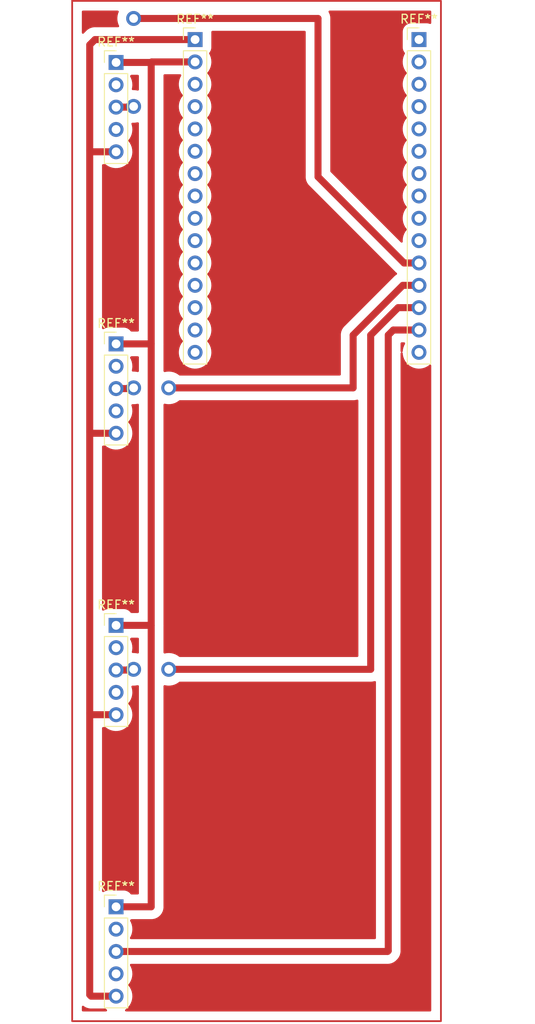
<source format=kicad_pcb>
(kicad_pcb (version 20211014) (generator pcbnew)
  (layers (0 "F.Cu" signal) (31 "B.Cu" signal) (34 "B.Paste" user) (35 "F.Paste" user) (36 "B.SilkS" user "B.Silkscreen") (37 "F.SilkS" user "F.Silkscreen") (38 "B.Mask" user) (39 "F.Mask" user) (44 "Edge.Cuts" user))
  (net 0 "")
  (footprint "Connector_PinHeader_2.54mm:PinHeader_1x05_P2.54mm_Vertical" (layer "F.Cu") (at 106 64)
    (fp_text reference "REF**" (at 0 -2.33) (layer "F.SilkS"))
    (fp_text value "PinHeader_1x05_P2.54mm_Vertical")
    (fp_line (start 1.33 1.27) (end 1.33 11.49) (layer "F.SilkS") (width 0.12))
    (fp_line (start -1.33 1.27) (end 1.33 1.27) (layer "F.SilkS") (width 0.12))
    (fp_line (start -1.33 1.27) (end -1.33 11.49) (layer "F.SilkS") (width 0.12))
    (fp_line (start -1.33 0) (end -1.33 -1.33) (layer "F.SilkS") (width 0.12))
    (fp_line (start -1.33 11.49) (end 1.33 11.49) (layer "F.SilkS") (width 0.12))
    (fp_line (start -1.33 -1.33) (end 0 -1.33) (layer "F.SilkS") (width 0.12))
    (pad "1" thru_hole rect (at 0 0) (size 1.7 1.7) (drill 1) (layers *.Cu *.Mask))
    (pad "2" thru_hole oval (at 0 2.54) (size 1.7 1.7) (drill 1) (layers *.Cu *.Mask))
    (pad "3" thru_hole oval (at 0 5.08) (size 1.7 1.7) (drill 1) (layers *.Cu *.Mask))
    (pad "4" thru_hole oval (at 0 7.62) (size 1.7 1.7) (drill 1) (layers *.Cu *.Mask))
    (pad "5" thru_hole oval (at 0 10.16) (size 1.7 1.7) (drill 1) (layers *.Cu *.Mask))
  )
  (footprint "Connector_PinHeader_2.54mm:PinHeader_1x05_P2.54mm_Vertical" (layer "F.Cu") (at 106 96)
    (fp_text reference "REF**" (at 0 -2.33) (layer "F.SilkS"))
    (fp_text value "PinHeader_1x05_P2.54mm_Vertical")
    (fp_line (start 1.33 1.27) (end 1.33 11.49) (layer "F.SilkS") (width 0.12))
    (fp_line (start -1.33 1.27) (end 1.33 1.27) (layer "F.SilkS") (width 0.12))
    (fp_line (start -1.33 1.27) (end -1.33 11.49) (layer "F.SilkS") (width 0.12))
    (fp_line (start -1.33 0) (end -1.33 -1.33) (layer "F.SilkS") (width 0.12))
    (fp_line (start -1.33 11.49) (end 1.33 11.49) (layer "F.SilkS") (width 0.12))
    (fp_line (start -1.33 -1.33) (end 0 -1.33) (layer "F.SilkS") (width 0.12))
    (pad "1" thru_hole rect (at 0 0) (size 1.7 1.7) (drill 1) (layers F&B.Cu *.Mask))
    (pad "2" thru_hole oval (at 0 2.54) (size 1.7 1.7) (drill 1) (layers F&B.Cu *.Mask))
    (pad "3" thru_hole oval (at 0 5.08) (size 1.7 1.7) (drill 1) (layers F&B.Cu *.Mask))
    (pad "4" thru_hole oval (at 0 7.62) (size 1.7 1.7) (drill 1) (layers F&B.Cu *.Mask))
    (pad "5" thru_hole oval (at 0 10.16) (size 1.7 1.7) (drill 1) (layers F&B.Cu *.Mask))
  )
  (footprint "Connector_PinHeader_2.54mm:PinHeader_1x05_P2.54mm_Vertical" (layer "F.Cu") (at 106 160)
    (fp_text reference "REF**" (at 0 -2.33) (layer "F.SilkS"))
    (fp_text value "PinHeader_1x05_P2.54mm_Vertical")
    (fp_line (start 1.33 1.27) (end 1.33 11.49) (layer "F.SilkS") (width 0.12))
    (fp_line (start -1.33 1.27) (end 1.33 1.27) (layer "F.SilkS") (width 0.12))
    (fp_line (start -1.33 1.27) (end -1.33 11.49) (layer "F.SilkS") (width 0.12))
    (fp_line (start -1.33 0) (end -1.33 -1.33) (layer "F.SilkS") (width 0.12))
    (fp_line (start -1.33 11.49) (end 1.33 11.49) (layer "F.SilkS") (width 0.12))
    (fp_line (start -1.33 -1.33) (end 0 -1.33) (layer "F.SilkS") (width 0.12))
    (pad "1" thru_hole rect (at 0 0) (size 1.7 1.7) (drill 1) (layers F&B.Cu *.Mask))
    (pad "2" thru_hole oval (at 0 2.54) (size 1.7 1.7) (drill 1) (layers F&B.Cu *.Mask))
    (pad "3" thru_hole oval (at 0 5.08) (size 1.7 1.7) (drill 1) (layers F&B.Cu *.Mask))
    (pad "4" thru_hole oval (at 0 7.62) (size 1.7 1.7) (drill 1) (layers F&B.Cu *.Mask))
    (pad "5" thru_hole oval (at 0 10.16) (size 1.7 1.7) (drill 1) (layers F&B.Cu *.Mask))
  )
  (footprint "Connector_PinHeader_2.54mm:PinHeader_1x15_P2.54mm_Vertical" (layer "F.Cu") (at 140.5 61.4)
    (fp_text reference "REF**" (at 0 -2.33) (layer "F.SilkS"))
    (fp_text value "PinHeader_1x15_P2.54mm_Vertical")
    (fp_line (start 1.33 1.27) (end 1.33 36.89) (layer "F.SilkS") (width 0.12))
    (fp_line (start -1.33 1.27) (end 1.33 1.27) (layer "F.SilkS") (width 0.12))
    (fp_line (start -1.33 0) (end -1.33 -1.33) (layer "F.SilkS") (width 0.12))
    (fp_line (start -1.33 1.27) (end -1.33 36.89) (layer "F.SilkS") (width 0.12))
    (fp_line (start -1.33 -1.33) (end 0 -1.33) (layer "F.SilkS") (width 0.12))
    (fp_line (start -1.33 36.89) (end 1.33 36.89) (layer "F.SilkS") (width 0.12))
    (pad "1" thru_hole rect (at 0 0) (size 1.7 1.7) (drill 1) (layers *.Cu *.Mask))
    (pad "2" thru_hole oval (at 0 2.54) (size 1.7 1.7) (drill 1) (layers *.Cu *.Mask))
    (pad "3" thru_hole oval (at 0 5.08) (size 1.7 1.7) (drill 1) (layers *.Cu *.Mask))
    (pad "4" thru_hole oval (at 0 7.62) (size 1.7 1.7) (drill 1) (layers *.Cu *.Mask))
    (pad "5" thru_hole oval (at 0 10.16) (size 1.7 1.7) (drill 1) (layers *.Cu *.Mask))
    (pad "6" thru_hole oval (at 0 12.7) (size 1.7 1.7) (drill 1) (layers *.Cu *.Mask))
    (pad "7" thru_hole oval (at 0 15.24) (size 1.7 1.7) (drill 1) (layers *.Cu *.Mask))
    (pad "8" thru_hole oval (at 0 17.78) (size 1.7 1.7) (drill 1) (layers *.Cu *.Mask))
    (pad "9" thru_hole oval (at 0 20.32) (size 1.7 1.7) (drill 1) (layers *.Cu *.Mask))
    (pad "10" thru_hole oval (at 0 22.86) (size 1.7 1.7) (drill 1) (layers *.Cu *.Mask))
    (pad "11" thru_hole oval (at 0 25.4) (size 1.7 1.7) (drill 1) (layers *.Cu *.Mask))
    (pad "12" thru_hole oval (at 0 27.94) (size 1.7 1.7) (drill 1) (layers *.Cu *.Mask))
    (pad "13" thru_hole oval (at 0 30.48) (size 1.7 1.7) (drill 1) (layers *.Cu *.Mask))
    (pad "14" thru_hole oval (at 0 33.02) (size 1.7 1.7) (drill 1) (layers *.Cu *.Mask))
    (pad "15" thru_hole oval (at 0 35.56) (size 1.7 1.7) (drill 1) (layers *.Cu *.Mask))
  )
  (footprint "" (layer "F.Cu") (at 108 59)
    (fp_text reference "" (at 0 0) (layer "F.SilkS") (effects (font (size 1.27 1.27))))
    (fp_text value "" (at 0 0) (layer "F.SilkS") (effects (font (size 1.27 1.27))))
    (pad "" thru_hole oval (at 0 0) (size 1.7 1.7) (drill 1) (layers *.Cu *.Mask))
  )
  (footprint "Connector_PinHeader_2.54mm:PinHeader_1x15_P2.54mm_Vertical" (layer "F.Cu") (at 115 61.4)
    (fp_text reference "REF**" (at 0 -2.33) (layer "F.SilkS"))
    (fp_text value "PinHeader_1x15_P2.54mm_Vertical")
    (fp_line (start 1.33 1.27) (end 1.33 36.89) (layer "F.SilkS") (width 0.12))
    (fp_line (start -1.33 1.27) (end 1.33 1.27) (layer "F.SilkS") (width 0.12))
    (fp_line (start -1.33 0) (end -1.33 -1.33) (layer "F.SilkS") (width 0.12))
    (fp_line (start -1.33 1.27) (end -1.33 36.89) (layer "F.SilkS") (width 0.12))
    (fp_line (start -1.33 -1.33) (end 0 -1.33) (layer "F.SilkS") (width 0.12))
    (fp_line (start -1.33 36.89) (end 1.33 36.89) (layer "F.SilkS") (width 0.12))
    (pad "1" thru_hole rect (at 0 0) (size 1.7 1.7) (drill 1) (layers F&B.Cu *.Mask))
    (pad "2" thru_hole oval (at 0 2.54) (size 1.7 1.7) (drill 1) (layers F&B.Cu *.Mask))
    (pad "3" thru_hole oval (at 0 5.08) (size 1.7 1.7) (drill 1) (layers F&B.Cu *.Mask))
    (pad "4" thru_hole oval (at 0 7.62) (size 1.7 1.7) (drill 1) (layers F&B.Cu *.Mask))
    (pad "5" thru_hole oval (at 0 10.16) (size 1.7 1.7) (drill 1) (layers F&B.Cu *.Mask))
    (pad "6" thru_hole oval (at 0 12.7) (size 1.7 1.7) (drill 1) (layers F&B.Cu *.Mask))
    (pad "7" thru_hole oval (at 0 15.24) (size 1.7 1.7) (drill 1) (layers F&B.Cu *.Mask))
    (pad "8" thru_hole oval (at 0 17.78) (size 1.7 1.7) (drill 1) (layers F&B.Cu *.Mask))
    (pad "9" thru_hole oval (at 0 20.32) (size 1.7 1.7) (drill 1) (layers F&B.Cu *.Mask))
    (pad "10" thru_hole oval (at 0 22.86) (size 1.7 1.7) (drill 1) (layers F&B.Cu *.Mask))
    (pad "11" thru_hole oval (at 0 25.4) (size 1.7 1.7) (drill 1) (layers F&B.Cu *.Mask))
    (pad "12" thru_hole oval (at 0 27.94) (size 1.7 1.7) (drill 1) (layers F&B.Cu *.Mask))
    (pad "13" thru_hole oval (at 0 30.48) (size 1.7 1.7) (drill 1) (layers F&B.Cu *.Mask))
    (pad "14" thru_hole oval (at 0 33.02) (size 1.7 1.7) (drill 1) (layers F&B.Cu *.Mask))
    (pad "15" thru_hole oval (at 0 35.56) (size 1.7 1.7) (drill 1) (layers F&B.Cu *.Mask))
  )
  (footprint "" (layer "F.Cu") (at 112 101)
    (fp_text reference "" (at 0 0) (layer "F.SilkS") (effects (font (size 1.27 1.27))))
    (fp_text value "" (at 0 0) (layer "F.SilkS") (effects (font (size 1.27 1.27))))
    (pad "5" thru_hole oval (at 0 0) (size 1.7 1.7) (drill 1) (layers F&B.Cu *.Mask))
  )
  (footprint "" (layer "F.Cu") (at 108 133)
    (fp_text reference "" (at 0 0) (layer "F.SilkS") (effects (font (size 1.27 1.27))))
    (fp_text value "" (at 0 0) (layer "F.SilkS") (effects (font (size 1.27 1.27))))
    (pad "" thru_hole oval (at 0 0) (size 1.7 1.7) (drill 1) (layers *.Cu *.Mask))
  )
  (footprint "" (layer "F.Cu") (at 108 69)
    (fp_text reference "" (at 0 0) (layer "F.SilkS") (effects (font (size 1.27 1.27))))
    (fp_text value "" (at 0 0) (layer "F.SilkS") (effects (font (size 1.27 1.27))))
    (pad "5" thru_hole oval (at 0 0) (size 1.7 1.7) (drill 1) (layers F&B.Cu *.Mask))
  )
  (footprint "" (layer "F.Cu") (at 112 133)
    (fp_text reference "" (at 0 0) (layer "F.SilkS") (effects (font (size 1.27 1.27))))
    (fp_text value "" (at 0 0) (layer "F.SilkS") (effects (font (size 1.27 1.27))))
    (pad "5" thru_hole oval (at 0 0) (size 1.7 1.7) (drill 1) (layers F&B.Cu *.Mask))
  )
  (footprint "Connector_PinHeader_2.54mm:PinHeader_1x05_P2.54mm_Vertical" (layer "F.Cu") (at 106 128)
    (fp_text reference "REF**" (at 0 -2.33) (layer "F.SilkS"))
    (fp_text value "PinHeader_1x05_P2.54mm_Vertical")
    (fp_line (start 1.33 1.27) (end 1.33 11.49) (layer "F.SilkS") (width 0.12))
    (fp_line (start -1.33 1.27) (end 1.33 1.27) (layer "F.SilkS") (width 0.12))
    (fp_line (start -1.33 1.27) (end -1.33 11.49) (layer "F.SilkS") (width 0.12))
    (fp_line (start -1.33 0) (end -1.33 -1.33) (layer "F.SilkS") (width 0.12))
    (fp_line (start -1.33 11.49) (end 1.33 11.49) (layer "F.SilkS") (width 0.12))
    (fp_line (start -1.33 -1.33) (end 0 -1.33) (layer "F.SilkS") (width 0.12))
    (pad "1" thru_hole rect (at 0 0) (size 1.7 1.7) (drill 1) (layers F&B.Cu *.Mask))
    (pad "2" thru_hole oval (at 0 2.54) (size 1.7 1.7) (drill 1) (layers F&B.Cu *.Mask))
    (pad "3" thru_hole oval (at 0 5.08) (size 1.7 1.7) (drill 1) (layers F&B.Cu *.Mask))
    (pad "4" thru_hole oval (at 0 7.62) (size 1.7 1.7) (drill 1) (layers F&B.Cu *.Mask))
    (pad "5" thru_hole oval (at 0 10.16) (size 1.7 1.7) (drill 1) (layers F&B.Cu *.Mask))
  )
  (footprint "" (layer "B.Cu") (at 108 101 180)
    (fp_text reference "" (at 0 0) (layer "B.SilkS") (effects (font (size 1.27 1.27)) (justify mirror)))
    (fp_text value "" (at 0 0) (layer "B.SilkS") (effects (font (size 1.27 1.27)) (justify mirror)))
    (pad "" thru_hole oval (at 0 0 180) (size 1.7 1.7) (drill 1) (layers *.Cu *.Mask))
  )
  (gr_rect (start 101 57) (end 143 173) (layer "F.Cu") (width 0.2) (fill none))
  (segment (start 110 96) (end 110 128) (width 0.8) (layer "F.Cu") (net 0))
  (segment (start 136.92 165.08) (end 106 165.08) (width 0.8) (layer "F.Cu") (net 0))
  (segment (start 138.66 89.34) (end 140.5 89.34) (width 0.8) (layer "F.Cu") (net 0))
  (segment (start 138.8 86.8) (end 140.5 86.8) (width 0.8) (layer "F.Cu") (net 0))
  (segment (start 110 64) (end 110 96) (width 0.8) (layer "F.Cu") (net 0))
  (segment (start 108 59) (end 129 59) (width 0.8) (layer "F.Cu") (net 0))
  (segment (start 106.06 63.94) (end 106 64) (width 0.8) (layer "F.Cu") (net 0))
  (segment (start 137 165) (end 136.92 165.08) (width 0.8) (layer "F.Cu") (net 0))
  (segment (start 110 128) (end 110 160) (width 0.8) (layer "F.Cu") (net 0))
  (segment (start 107.92 101.08) (end 108 101) (width 0.8) (layer "F.Cu") (net 0))
  (segment (start 107.92 133.08) (end 108 133) (width 0.8) (layer "F.Cu") (net 0))
  (segment (start 138.12 91.88) (end 140.5 91.88) (width 0.8) (layer "F.Cu") (net 0))
  (segment (start 133 101) (end 112 101) (width 0.8) (layer "F.Cu") (net 0))
  (segment (start 110 160) (end 106 160) (width 0.8) (layer "F.Cu") (net 0))
  (segment (start 103.16 74.16) (end 106 74.16) (width 0.8) (layer "F.Cu") (net 0))
  (segment (start 106 133.08) (end 107.92 133.08) (width 0.8) (layer "F.Cu") (net 0))
  (segment (start 103.6 61.4) (end 103 62) (width 0.8) (layer "F.Cu") (net 0))
  (segment (start 103 74) (end 103 106) (width 0.8) (layer "F.Cu") (net 0))
  (segment (start 115 63.94) (end 110.06 63.94) (width 0.8) (layer "F.Cu") (net 0))
  (segment (start 110 128) (end 106 128) (width 0.8) (layer "F.Cu") (net 0))
  (segment (start 103 138) (end 103 170) (width 0.8) (layer "F.Cu") (net 0))
  (segment (start 103 74) (end 103.16 74.16) (width 0.8) (layer "F.Cu") (net 0))
  (segment (start 107.92 69.08) (end 108 69) (width 0.8) (layer "F.Cu") (net 0))
  (segment (start 129 77) (end 138.8 86.8) (width 0.8) (layer "F.Cu") (net 0))
  (segment (start 103.16 170.16) (end 106 170.16) (width 0.8) (layer "F.Cu") (net 0))
  (segment (start 135 133) (end 112 133) (width 0.8) (layer "F.Cu") (net 0))
  (segment (start 106 64) (end 110 64) (width 0.8) (layer "F.Cu") (net 0))
  (segment (start 103.16 138.16) (end 106 138.16) (width 0.8) (layer "F.Cu") (net 0))
  (segment (start 110 96) (end 106 96) (width 0.8) (layer "F.Cu") (net 0))
  (segment (start 137 95) (end 137 165) (width 0.8) (layer "F.Cu") (net 0))
  (segment (start 133 95) (end 133 101) (width 0.8) (layer "F.Cu") (net 0))
  (segment (start 106 101.08) (end 107.92 101.08) (width 0.8) (layer "F.Cu") (net 0))
  (segment (start 135 95) (end 135 133) (width 0.8) (layer "F.Cu") (net 0))
  (segment (start 103 106) (end 103 138) (width 0.8) (layer "F.Cu") (net 0))
  (segment (start 137.58 94.42) (end 137 95) (width 0.8) (layer "F.Cu") (net 0))
  (segment (start 129 59) (end 129 77) (width 0.8) (layer "F.Cu") (net 0))
  (segment (start 103.6 61.4) (end 115 61.4) (width 0.8) (layer "F.Cu") (net 0))
  (segment (start 103.16 106.16) (end 106 106.16) (width 0.8) (layer "F.Cu") (net 0))
  (segment (start 110.06 63.94) (end 110 64) (width 0.8) (layer "F.Cu") (net 0))
  (segment (start 103 138) (end 103.16 138.16) (width 0.8) (layer "F.Cu") (net 0))
  (segment (start 138.12 91.88) (end 135 95) (width 0.8) (layer "F.Cu") (net 0))
  (segment (start 103 170) (end 103.16 170.16) (width 0.8) (layer "F.Cu") (net 0))
  (segment (start 103 106) (end 103.16 106.16) (width 0.8) (layer "F.Cu") (net 0))
  (segment (start 138.66 89.34) (end 133 95) (width 0.8) (layer "F.Cu") (net 0))
  (segment (start 106 69.08) (end 107.92 69.08) (width 0.8) (layer "F.Cu") (net 0))
  (segment (start 103 62) (end 103 74) (width 0.8) (layer "F.Cu") (net 0))
  (segment (start 137.58 94.42) (end 140.5 94.42) (width 0.8) (layer "F.Cu") (net 0))
  (zone (net 0) (net_name "") (layer "F.Cu") (connect_pads (clearance 1)) (min_thickness 0.254) (fill yes (thermal_gap 0.508) (thermal_bridge_width 0.508))
    (polygon (pts (xy 143 173) (xy 101 173) (xy 101 57) (xy 143 57)))
  )
)
</source>
